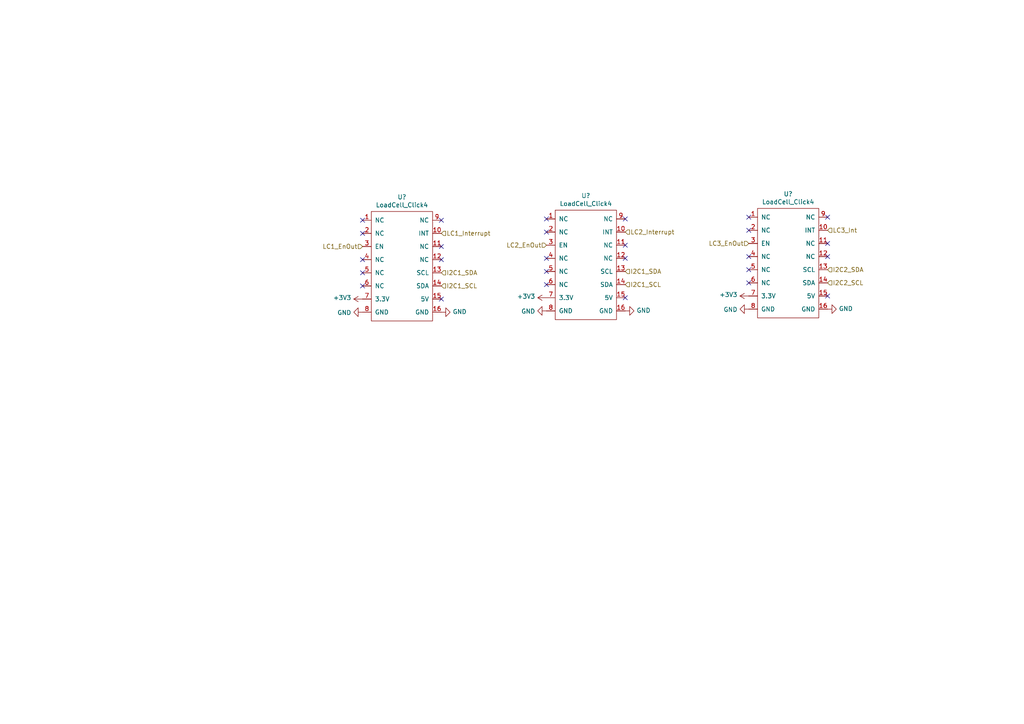
<source format=kicad_sch>
(kicad_sch (version 20231120) (generator "eeschema") (generator_version "8.0")
  (paper "A4")
  (lib_symbols
    (symbol "BC_IC_components:LoadCell_Click4" (pin_names (offset 1.016))
      (property "Reference" "U" (at 0 2.54 0))
      (property "Value" "LoadCell_Click4" (at 0 0 0))
      (symbol "LoadCell_Click4_0_1"
        (rectangle (start -8.89 -1.27) (end 8.89 -33.02))
      )
      (symbol "LoadCell_Click4_1_1"
        (pin input line (at -11.43 -3.81 0) (length 2.54) (name "NC") (number "1"))
        (pin input line (at 11.43 -7.62 180) (length 2.54) (name "INT") (number "10"))
        (pin input line (at 11.43 -11.43 180) (length 2.54) (name "NC") (number "11"))
        (pin input line (at 11.43 -15.24 180) (length 2.54) (name "NC") (number "12"))
        (pin input line (at 11.43 -19.05 180) (length 2.54) (name "SCL") (number "13"))
        (pin input line (at 11.43 -22.86 180) (length 2.54) (name "SDA") (number "14"))
        (pin input line (at 11.43 -26.67 180) (length 2.54) (name "5V") (number "15"))
        (pin input line (at 11.43 -30.48 180) (length 2.54) (name "GND") (number "16"))
        (pin input line (at -11.43 -7.62 0) (length 2.54) (name "NC") (number "2"))
        (pin input line (at -11.43 -11.43 0) (length 2.54) (name "EN") (number "3"))
        (pin input line (at -11.43 -15.24 0) (length 2.54) (name "NC") (number "4"))
        (pin input line (at -11.43 -19.05 0) (length 2.54) (name "NC") (number "5"))
        (pin input line (at -11.43 -22.86 0) (length 2.54) (name "NC") (number "6"))
        (pin input line (at -11.43 -26.67 0) (length 2.54) (name "3.3V") (number "7"))
        (pin input line (at -11.43 -30.48 0) (length 2.54) (name "GND") (number "8"))
        (pin input line (at 11.43 -3.81 180) (length 2.54) (name "NC") (number "9"))
      )
    )
    (symbol "MCU_MotherBoard-rescue:+3.3V-power" (power) (pin_names (offset 0))
      (property "Value" "+3.3V-power" (at 0 3.556 0))
      (symbol "+3.3V-power_0_1"
        (polyline (pts (xy -0.762 1.27) (xy 0 2.54)))
        (polyline (pts (xy 0 0) (xy 0 2.54)))
        (polyline (pts (xy 0 2.54) (xy 0.762 1.27)))
      )
      (symbol "+3.3V-power_1_1"
        (pin power_in line (at 0 0 90) (length 0) hide (name "+3V3") (number "1"))
      )
    )
    (symbol "power:GND" (power) (pin_names (offset 0))
      (property "Value" "GND" (at 0 -3.81 0))
      (symbol "GND_0_1"
        (polyline (pts (xy 0 0) (xy 0 -1.27) (xy 1.27 -1.27) (xy 0 -2.54) (xy -1.27 -1.27) (xy 0 -1.27)))
      )
      (symbol "GND_1_1"
        (pin power_in line (at 0 0 270) (length 0) hide (name "GND") (number "1"))
      )
    )
  )
  (no_connect (at 105.156 79.121))
  (no_connect (at 240.03 62.992))
  (no_connect (at 128.016 63.881))
  (no_connect (at 105.156 67.691))
  (no_connect (at 217.17 82.042))
  (no_connect (at 128.016 71.501))
  (no_connect (at 128.016 75.311))
  (no_connect (at 158.496 67.31))
  (no_connect (at 240.03 85.852))
  (no_connect (at 240.03 74.422))
  (no_connect (at 181.356 71.12))
  (no_connect (at 158.496 74.93))
  (no_connect (at 181.356 74.93))
  (no_connect (at 105.156 82.931))
  (no_connect (at 217.17 66.802))
  (no_connect (at 217.17 62.992))
  (no_connect (at 181.356 63.5))
  (no_connect (at 217.17 78.232))
  (no_connect (at 158.496 63.5))
  (no_connect (at 128.016 86.741))
  (no_connect (at 181.356 86.36))
  (no_connect (at 105.156 75.311))
  (no_connect (at 105.156 63.881))
  (no_connect (at 158.496 78.74))
  (no_connect (at 158.496 82.55))
  (no_connect (at 240.03 70.612))
  (no_connect (at 217.17 74.422))
  (hierarchical_label "LC3_EnOut" (shape input) (at 217.17 70.612 180))
  (hierarchical_label "LC2_Interrupt" (shape input) (at 181.356 67.31 0))
  (hierarchical_label "I2C2_SDA" (shape input) (at 240.03 78.232 0))
  (hierarchical_label "LC3_Int" (shape input) (at 240.03 66.802 0))
  (hierarchical_label "I2C1_SCL" (shape input) (at 181.356 82.55 0))
  (hierarchical_label "LC1_EnOut" (shape input) (at 105.156 71.501 180))
  (hierarchical_label "I2C1_SDA" (shape input) (at 181.356 78.74 0))
  (hierarchical_label "LC2_EnOut" (shape input) (at 158.496 71.12 180))
  (hierarchical_label "I2C2_SCL" (shape input) (at 240.03 82.042 0))
  (hierarchical_label "LC1_Interrupt" (shape input) (at 128.016 67.691 0))
  (hierarchical_label "I2C1_SCL" (shape input) (at 128.016 82.931 0))
  (hierarchical_label "I2C1_SDA" (shape input) (at 128.016 79.121 0))
  (symbol (lib_id "BC_IC_components:LoadCell_Click4") (at 116.586 60.071 0) (unit 1)
    (property "Reference" "U?" (at 116.586 57.15 0))
    (property "Value" "LoadCell_Click4" (at 116.586 59.4614 0))
    (property "Footprint" "BC_IC_components:LoadCell_Click4" (effects (hide yes)))
  )
  (symbol (lib_id "BC_IC_components:LoadCell_Click4") (at 169.926 59.69 0) (unit 1)
    (property "Reference" "U?" (at 169.926 56.769 0))
    (property "Value" "LoadCell_Click4" (at 169.926 59.0804 0))
    (property "Footprint" "BC_IC_components:LoadCell_Click4" (effects (hide yes)))
  )
  (symbol (lib_id "BC_IC_components:LoadCell_Click4") (at 228.6 59.182 0) (unit 1)
    (property "Reference" "U?" (at 228.6 56.261 0))
    (property "Value" "LoadCell_Click4" (at 228.6 58.5724 0))
    (property "Footprint" "BC_IC_components:LoadCell_Click4" (effects (hide yes)))
  )
  (symbol (lib_id "power:GND") (at 105.156 90.551 270) (unit 1)
    (property "Reference" "#PWR04" (effects (hide yes)))
    (property "Value" "GND" (at 101.9048 90.678 90) (effects (justify right)))
  )
  (symbol (lib_id "power:GND") (at 128.016 90.551 90) (unit 1)
    (property "Reference" "#PWR05" (effects (hide yes)))
    (property "Value" "GND" (at 131.2672 90.424 90) (effects (justify right)))
  )
  (symbol (lib_id "power:GND") (at 181.356 90.17 90) (unit 1)
    (property "Reference" "#PWR08" (effects (hide yes)))
    (property "Value" "GND" (at 184.6072 90.043 90) (effects (justify right)))
  )
  (symbol (lib_id "power:GND") (at 240.03 89.662 90) (unit 1)
    (property "Reference" "#PWR011" (effects (hide yes)))
    (property "Value" "GND" (at 243.2812 89.535 90) (effects (justify right)))
  )
  (symbol (lib_id "power:GND") (at 217.17 89.662 270) (unit 1)
    (property "Reference" "#PWR010" (effects (hide yes)))
    (property "Value" "GND" (at 213.9188 89.789 90) (effects (justify right)))
  )
  (symbol (lib_id "power:GND") (at 158.496 90.17 270) (unit 1)
    (property "Reference" "#PWR07" (effects (hide yes)))
    (property "Value" "GND" (at 155.2448 90.297 90) (effects (justify right)))
  )
  (symbol (lib_id "MCU_MotherBoard-rescue:+3.3V-power") (at 105.156 86.741 90) (unit 1)
    (property "Reference" "#PWR03" (effects (hide yes)))
    (property "Value" "+3V3" (at 101.9048 86.36 90) (effects (justify left)))
  )
  (symbol (lib_id "MCU_MotherBoard-rescue:+3.3V-power") (at 158.496 86.36 90) (unit 1)
    (property "Reference" "#PWR06" (effects (hide yes)))
    (property "Value" "+3V3" (at 155.2448 85.979 90) (effects (justify left)))
  )
  (symbol (lib_id "MCU_MotherBoard-rescue:+3.3V-power") (at 217.17 85.852 90) (unit 1)
    (property "Reference" "#PWR09" (effects (hide yes)))
    (property "Value" "+3V3" (at 213.9188 85.471 90) (effects (justify left)))
  )
)
</source>
